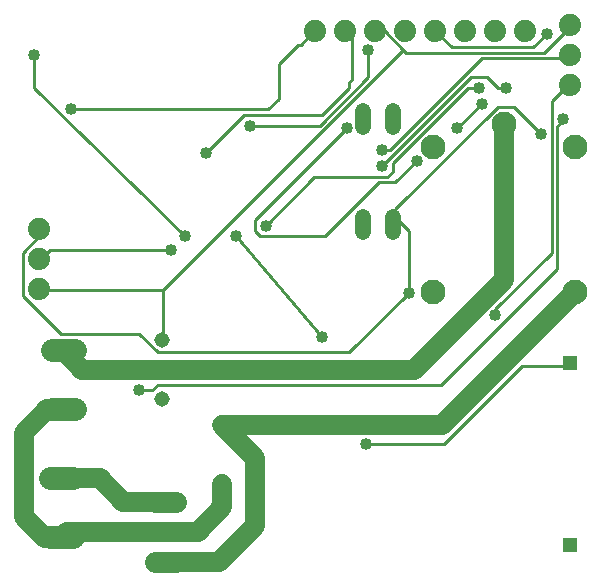
<source format=gbl>
G75*
%MOIN*%
%OFA0B0*%
%FSLAX25Y25*%
%IPPOS*%
%LPD*%
%AMOC8*
5,1,8,0,0,1.08239X$1,22.5*
%
%ADD10C,0.05200*%
%ADD11C,0.05150*%
%ADD12R,0.05150X0.05150*%
%ADD13C,0.08268*%
%ADD14C,0.07800*%
%ADD15C,0.07000*%
%ADD16C,0.07400*%
%ADD17C,0.06600*%
%ADD18C,0.01000*%
%ADD19C,0.04000*%
D10*
X0137833Y0126800D02*
X0137833Y0132000D01*
X0147833Y0132000D02*
X0147833Y0126800D01*
X0147833Y0162000D02*
X0147833Y0167200D01*
X0137833Y0167200D02*
X0137833Y0162000D01*
D11*
X0070833Y0090843D03*
X0070833Y0071157D03*
D12*
X0090888Y0062606D03*
X0090888Y0042921D03*
X0206636Y0022449D03*
X0206636Y0083079D03*
D13*
X0208455Y0106984D03*
X0161211Y0106984D03*
X0161211Y0155016D03*
X0184833Y0162890D03*
X0208455Y0155016D03*
D14*
X0041733Y0087400D02*
X0033933Y0087400D01*
X0033933Y0067700D02*
X0041733Y0067700D01*
X0041233Y0044900D02*
X0033433Y0044900D01*
X0033433Y0025200D02*
X0041233Y0025200D01*
D15*
X0068333Y0017000D02*
X0075333Y0017000D01*
X0075333Y0037000D02*
X0068333Y0037000D01*
D16*
X0029833Y0108000D03*
X0029833Y0118000D03*
X0029833Y0128000D03*
X0121833Y0194000D03*
X0131833Y0194000D03*
X0141833Y0194000D03*
X0151833Y0194000D03*
X0161833Y0194000D03*
X0171833Y0194000D03*
X0181833Y0194000D03*
X0191833Y0194000D03*
X0206833Y0196000D03*
X0206833Y0186000D03*
X0206833Y0176000D03*
D17*
X0031833Y0025000D02*
X0024833Y0032000D01*
X0024833Y0060000D01*
X0032533Y0067700D01*
X0037833Y0067700D01*
X0044233Y0081000D02*
X0154833Y0081000D01*
X0184833Y0111000D01*
X0184833Y0162890D01*
X0208455Y0106984D02*
X0164077Y0062606D01*
X0090888Y0062606D01*
X0101833Y0051661D01*
X0101833Y0029000D01*
X0089833Y0017000D01*
X0071833Y0017000D01*
X0082833Y0027000D02*
X0090888Y0035055D01*
X0090888Y0042921D01*
X0082833Y0027000D02*
X0039133Y0027000D01*
X0037333Y0025200D01*
X0037133Y0025000D01*
X0031833Y0025000D01*
X0037333Y0044900D02*
X0049933Y0044900D01*
X0057833Y0037000D01*
X0071833Y0037000D01*
X0044233Y0081000D02*
X0037833Y0087400D01*
D18*
X0036933Y0093000D02*
X0063033Y0093000D01*
X0069333Y0086700D01*
X0133233Y0086700D01*
X0153033Y0106500D01*
X0153033Y0127200D01*
X0148533Y0131700D01*
X0147833Y0132000D01*
X0148533Y0132600D01*
X0148533Y0134400D01*
X0182733Y0168600D01*
X0188133Y0168600D01*
X0197133Y0159600D01*
X0202533Y0161800D02*
X0204333Y0164600D01*
X0202533Y0161800D02*
X0202533Y0114600D01*
X0163833Y0075900D01*
X0069333Y0075900D01*
X0067533Y0074100D01*
X0063033Y0074100D01*
X0070833Y0090843D02*
X0071133Y0091200D01*
X0071133Y0107400D01*
X0030633Y0107400D01*
X0029833Y0108000D01*
X0024333Y0105600D02*
X0036933Y0093000D01*
X0024333Y0105600D02*
X0024333Y0120000D01*
X0029733Y0125400D01*
X0029733Y0127200D01*
X0029833Y0128000D01*
X0033333Y0120900D02*
X0030633Y0118200D01*
X0029833Y0118000D01*
X0033333Y0120900D02*
X0073833Y0120900D01*
X0078333Y0125500D02*
X0027933Y0174900D01*
X0027933Y0185800D01*
X0040533Y0167700D02*
X0106233Y0167700D01*
X0109833Y0171300D01*
X0109833Y0183000D01*
X0116133Y0189300D01*
X0117033Y0189300D01*
X0121533Y0193800D01*
X0121833Y0194000D01*
X0131833Y0194000D02*
X0132333Y0193800D01*
X0134133Y0192000D01*
X0134133Y0177600D01*
X0133233Y0176700D01*
X0133233Y0174900D01*
X0124233Y0165900D01*
X0098133Y0165900D01*
X0085533Y0153300D01*
X0099933Y0162300D02*
X0123333Y0162300D01*
X0139533Y0178500D01*
X0139533Y0187500D01*
X0142233Y0193800D02*
X0141833Y0194000D01*
X0142233Y0193800D02*
X0144933Y0193800D01*
X0151233Y0187500D01*
X0071133Y0107400D01*
X0095433Y0125500D02*
X0124033Y0091900D01*
X0125133Y0125400D02*
X0103533Y0125400D01*
X0101733Y0127200D01*
X0101733Y0130800D01*
X0132333Y0161400D01*
X0144033Y0154200D02*
X0146733Y0154200D01*
X0177333Y0184800D01*
X0205233Y0184800D01*
X0206133Y0185700D01*
X0206833Y0186000D01*
X0198933Y0192900D02*
X0194433Y0188400D01*
X0167433Y0188400D01*
X0161833Y0194000D01*
X0152133Y0186600D02*
X0198033Y0186600D01*
X0207033Y0195600D01*
X0206833Y0196000D01*
X0206833Y0176000D02*
X0206133Y0175800D01*
X0200733Y0170400D01*
X0200733Y0120000D01*
X0181833Y0101100D01*
X0181833Y0099300D01*
X0190833Y0082200D02*
X0164733Y0056100D01*
X0138633Y0056100D01*
X0190833Y0082200D02*
X0206133Y0082200D01*
X0206636Y0083079D01*
X0148533Y0143400D02*
X0143133Y0143400D01*
X0125133Y0125400D01*
X0105333Y0129000D02*
X0121533Y0145200D01*
X0145833Y0145200D01*
X0147633Y0147000D01*
X0147633Y0149700D01*
X0172833Y0174900D01*
X0176433Y0174900D01*
X0173733Y0178500D02*
X0144033Y0148800D01*
X0148533Y0143400D02*
X0155733Y0150600D01*
X0169233Y0161400D02*
X0177333Y0169500D01*
X0182733Y0174900D02*
X0179133Y0178500D01*
X0173733Y0178500D01*
X0182733Y0174900D02*
X0185433Y0174900D01*
X0152133Y0186600D02*
X0151233Y0187500D01*
D19*
X0139533Y0187500D03*
X0132333Y0161400D03*
X0144033Y0154200D03*
X0144033Y0148800D03*
X0155733Y0150600D03*
X0169233Y0161400D03*
X0177333Y0169500D03*
X0176433Y0174900D03*
X0185433Y0174900D03*
X0197133Y0159600D03*
X0204333Y0164600D03*
X0198933Y0192900D03*
X0153033Y0106500D03*
X0181833Y0099300D03*
X0138633Y0056100D03*
X0124033Y0091900D03*
X0095433Y0125500D03*
X0105333Y0129000D03*
X0085533Y0153300D03*
X0099933Y0162300D03*
X0078333Y0125500D03*
X0073833Y0120900D03*
X0063033Y0074100D03*
X0040533Y0167700D03*
X0027933Y0185800D03*
M02*

</source>
